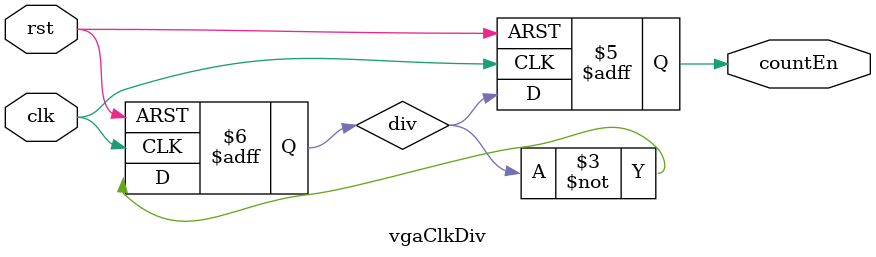
<source format=v>
`timescale 1ns / 1ps


module vgaClkDiv(clk, rst, countEn);

input clk, rst;
output reg countEn;

reg div;

always @(posedge clk or negedge rst) begin
	
	if (~rst) begin
		countEn <= 1'b0;
		div <= 1'b0;
	end
	else begin
		div <= ~div;
		countEn <= (div == 1);  
	end	
end

endmodule 


</source>
